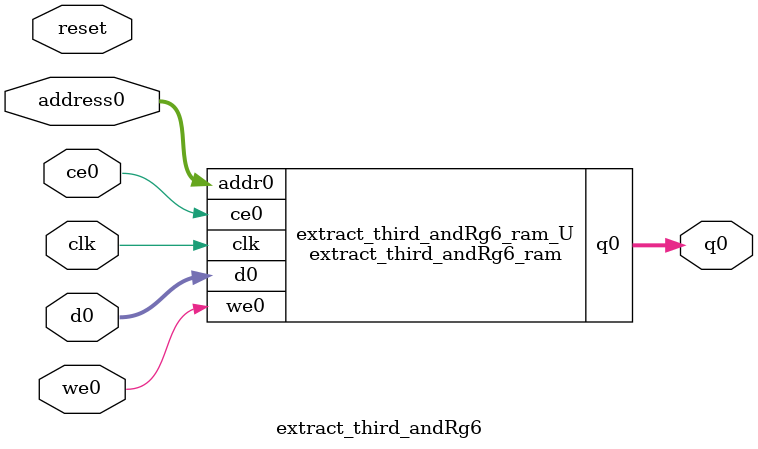
<source format=v>
`timescale 1 ns / 1 ps
module extract_third_andRg6_ram (addr0, ce0, d0, we0, q0,  clk);

parameter DWIDTH = 8;
parameter AWIDTH = 10;
parameter MEM_SIZE = 736;

input[AWIDTH-1:0] addr0;
input ce0;
input[DWIDTH-1:0] d0;
input we0;
output reg[DWIDTH-1:0] q0;
input clk;

(* ram_style = "block" *)reg [DWIDTH-1:0] ram[0:MEM_SIZE-1];




always @(posedge clk)  
begin 
    if (ce0) begin
        if (we0) 
            ram[addr0] <= d0; 
        q0 <= ram[addr0];
    end
end


endmodule

`timescale 1 ns / 1 ps
module extract_third_andRg6(
    reset,
    clk,
    address0,
    ce0,
    we0,
    d0,
    q0);

parameter DataWidth = 32'd8;
parameter AddressRange = 32'd736;
parameter AddressWidth = 32'd10;
input reset;
input clk;
input[AddressWidth - 1:0] address0;
input ce0;
input we0;
input[DataWidth - 1:0] d0;
output[DataWidth - 1:0] q0;



extract_third_andRg6_ram extract_third_andRg6_ram_U(
    .clk( clk ),
    .addr0( address0 ),
    .ce0( ce0 ),
    .we0( we0 ),
    .d0( d0 ),
    .q0( q0 ));

endmodule


</source>
